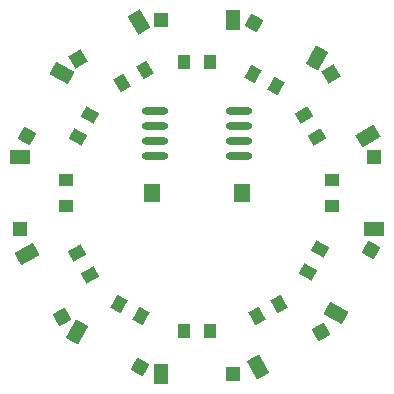
<source format=gtp>
G04 Layer: TopPasteMaskLayer*
G04 EasyEDA v6.5.42, 2024-03-17 11:44:53*
G04 597a10fb728243aa825b0aea125d946e,ed70181f279245e6aff80281ee7dc86a,10*
G04 Gerber Generator version 0.2*
G04 Scale: 100 percent, Rotated: No, Reflected: No *
G04 Dimensions in millimeters *
G04 leading zeros omitted , absolute positions ,4 integer and 5 decimal *
%FSLAX45Y45*%
%MOMM*%

%AMMACRO1*21,1,$1,$2,0,0,$3*%
%ADD10MACRO1,1.0001X1.2501X-148.9988*%
%ADD11MACRO1,1.0001X1.2498X-148.9988*%
%ADD12R,1.4000X1.5000*%
%ADD13O,2.2500082X0.6299962*%
%ADD14MACRO1,1X1.2498X150.9935*%
%ADD15MACRO1,1X1.25X150.9935*%
%ADD16MACRO1,1.0001X1.2498X121.0012*%
%ADD17MACRO1,0.9999X1.25X121.0087*%
%ADD18R,1.2500X1.0000*%
%ADD19MACRO1,0.9998X1.25X61.0062*%
%ADD20MACRO1,1X1.25X60.9935*%
%ADD21MACRO1,1X1.25X29.0065*%
%ADD22MACRO1,0.9998X1.25X28.9938*%
%ADD23R,1.0000X1.2500*%
%ADD24MACRO1,1.0001X1.2502X-28.9868*%
%ADD25MACRO1,1.0002X1.25X-28.9995*%
%ADD26MACRO1,1.0002X1.2498X-61.0005*%
%ADD27MACRO1,1.0002X1.25X-118.9995*%
%ADD28MACRO1,1.1988X1.199X61.0020*%
%ADD29MACRO1,1.2001X1.8X-29.0063*%
%ADD30MACRO1,1.1988X1.1987X30.9887*%
%ADD31MACRO1,1.2X1.8001X-58.9884*%
%ADD32R,1.1989X1.1989*%
%ADD33R,1.8000X1.2000*%
%ADD34MACRO1,1.1988X1.199X-28.9980*%
%ADD35MACRO1,1.1999X1.8X-118.9957*%
%ADD36MACRO1,1.1988X1.1988X151.0020*%
%ADD37MACRO1,1.1999X1.8002X61.0043*%
%ADD38MACRO1,1.1989X1.1989X120.9991*%
%ADD39MACRO1,1.2X1.8001X31.0116*%
%ADD40R,1.2000X1.8000*%
%ADD41MACRO1,1.1988X1.1988X-61.0020*%
%ADD42MACRO1,1.1999X1.8X-151.0043*%
%ADD43MACRO1,1.1988X1.1988X-118.9980*%
%ADD44MACRO1,1.1999X1.8X151.0043*%
%ADD45MACRO1,1.199X1.1988X-151.0079*%
%ADD46MACRO1,1.1999X1.8X118.9957*%

%LPD*%
D10*
G01*
X3154311Y5216664D03*
D11*
G01*
X2965716Y5103342D03*
D12*
G01*
X3219958Y4169918D03*
G01*
X3979925Y4169918D03*
D13*
G01*
X3246983Y4870500D03*
G01*
X3246983Y4743500D03*
G01*
X3246983Y4616500D03*
G01*
X3246983Y4489500D03*
G01*
X3953002Y4870500D03*
G01*
X3953002Y4743500D03*
G01*
X3953002Y4616500D03*
G01*
X3953002Y4489500D03*
D14*
G01*
X4266209Y5076710D03*
D15*
G01*
X4073791Y5183365D03*
D16*
G01*
X4616551Y4645596D03*
D17*
G01*
X4503242Y4834191D03*
D18*
G01*
X4739995Y4059910D03*
G01*
X4739995Y4279925D03*
D19*
G01*
X4536795Y3503714D03*
D20*
G01*
X4643462Y3696144D03*
D21*
G01*
X4103763Y3126727D03*
D22*
G01*
X4296194Y3233394D03*
D23*
G01*
X3490010Y2999968D03*
G01*
X3710025Y2999968D03*
D24*
G01*
X2933826Y3233381D03*
D25*
G01*
X3126257Y3126727D03*
D26*
G01*
X2586570Y3666172D03*
G01*
X2693225Y3473742D03*
D18*
G01*
X2490038Y4279900D03*
G01*
X2490038Y4059885D03*
D27*
G01*
X2693327Y4836210D03*
G01*
X2586647Y4643780D03*
D23*
G01*
X3710025Y5279897D03*
G01*
X3490010Y5279897D03*
D28*
G01*
X4083240Y5607862D03*
D29*
G01*
X4616754Y5312117D03*
D30*
G01*
X4732896Y5181434D03*
D31*
G01*
X5047068Y4658550D03*
D32*
G01*
X5099989Y4474997D03*
D33*
G01*
X5099989Y3864990D03*
D34*
G01*
X5067858Y3686746D03*
D35*
G01*
X4772126Y3153232D03*
D32*
G01*
X2099995Y3864990D03*
D33*
G01*
X2099995Y4474997D03*
D36*
G01*
X2162124Y4653229D03*
D37*
G01*
X2457869Y5186756D03*
D38*
G01*
X2588552Y5302897D03*
D39*
G01*
X3111436Y5617070D03*
D32*
G01*
X3294989Y5639993D03*
D40*
G01*
X3904995Y5639993D03*
D41*
G01*
X4646752Y2997860D03*
D42*
G01*
X4113225Y2702128D03*
D32*
G01*
X3904995Y2639999D03*
D40*
G01*
X3294989Y2639999D03*
D43*
G01*
X3116757Y2702128D03*
D44*
G01*
X2583230Y2997860D03*
D45*
G01*
X2457869Y3123234D03*
D46*
G01*
X2162124Y3656761D03*
M02*

</source>
